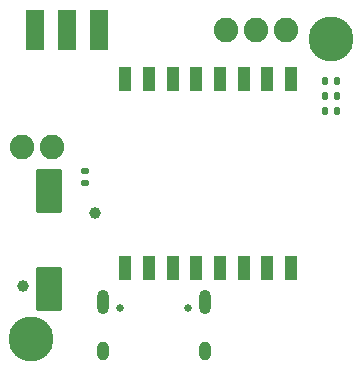
<source format=gbs>
%TF.GenerationSoftware,KiCad,Pcbnew,(6.0.1)*%
%TF.CreationDate,2022-03-04T16:45:31-06:00*%
%TF.ProjectId,samara,73616d61-7261-42e6-9b69-6361645f7063,rev?*%
%TF.SameCoordinates,PX7df6181PY82ce53f*%
%TF.FileFunction,Soldermask,Bot*%
%TF.FilePolarity,Negative*%
%FSLAX46Y46*%
G04 Gerber Fmt 4.6, Leading zero omitted, Abs format (unit mm)*
G04 Created by KiCad (PCBNEW (6.0.1)) date 2022-03-04 16:45:31*
%MOMM*%
%LPD*%
G01*
G04 APERTURE LIST*
G04 Aperture macros list*
%AMRoundRect*
0 Rectangle with rounded corners*
0 $1 Rounding radius*
0 $2 $3 $4 $5 $6 $7 $8 $9 X,Y pos of 4 corners*
0 Add a 4 corners polygon primitive as box body*
4,1,4,$2,$3,$4,$5,$6,$7,$8,$9,$2,$3,0*
0 Add four circle primitives for the rounded corners*
1,1,$1+$1,$2,$3*
1,1,$1+$1,$4,$5*
1,1,$1+$1,$6,$7*
1,1,$1+$1,$8,$9*
0 Add four rect primitives between the rounded corners*
20,1,$1+$1,$2,$3,$4,$5,0*
20,1,$1+$1,$4,$5,$6,$7,0*
20,1,$1+$1,$6,$7,$8,$9,0*
20,1,$1+$1,$8,$9,$2,$3,0*%
G04 Aperture macros list end*
%ADD10C,2.082800*%
%ADD11R,1.500000X3.500000*%
%ADD12C,0.650000*%
%ADD13O,1.000000X2.100000*%
%ADD14O,1.000000X1.600000*%
%ADD15C,3.800000*%
%ADD16C,2.600000*%
%ADD17RoundRect,0.140000X0.140000X0.170000X-0.140000X0.170000X-0.140000X-0.170000X0.140000X-0.170000X0*%
%ADD18RoundRect,0.140000X-0.140000X-0.170000X0.140000X-0.170000X0.140000X0.170000X-0.140000X0.170000X0*%
%ADD19RoundRect,0.135000X-0.185000X0.135000X-0.185000X-0.135000X0.185000X-0.135000X0.185000X0.135000X0*%
%ADD20C,1.000760*%
%ADD21RoundRect,0.101600X0.999490X-1.748790X0.999490X1.748790X-0.999490X1.748790X-0.999490X-1.748790X0*%
%ADD22R,1.000000X2.000000*%
G04 APERTURE END LIST*
D10*
%TO.C,J6*%
X16509999Y26111199D03*
X19049999Y26111199D03*
X21589999Y26111199D03*
%TD*%
%TO.C,J5*%
X1777999Y16255999D03*
X-762001Y16255999D03*
%TD*%
D11*
%TO.C,J2*%
X3047999Y26161999D03*
X347999Y26161999D03*
X5747999Y26161999D03*
%TD*%
D12*
%TO.C,P1*%
X13303999Y2604999D03*
X7523999Y2604999D03*
D13*
X14733999Y3104999D03*
D14*
X14733999Y-1075001D03*
D13*
X6093999Y3104999D03*
D14*
X6093999Y-1075001D03*
%TD*%
D15*
%TO.C,H1*%
X25399999Y25399999D03*
D16*
X25399999Y25399999D03*
%TD*%
D17*
%TO.C,C12*%
X25879999Y20573999D03*
X24919999Y20573999D03*
%TD*%
D18*
%TO.C,C5*%
X24919999Y19303999D03*
X25879999Y19303999D03*
%TD*%
D17*
%TO.C,C11*%
X25879999Y21843999D03*
X24919999Y21843999D03*
%TD*%
D16*
%TO.C,H2*%
X-1Y-1D03*
D15*
X-1Y-1D03*
%TD*%
D19*
%TO.C,R13*%
X4571999Y14225999D03*
X4571999Y13205999D03*
%TD*%
D20*
%TO.C,LS1*%
X-723901Y4483099D03*
X5422899Y10629899D03*
D21*
X1523999Y12529819D03*
X1523999Y4234179D03*
%TD*%
D22*
%TO.C,U5*%
X21985999Y5969999D03*
X19985999Y5969999D03*
X17985999Y5969999D03*
X15985999Y5969999D03*
X13985999Y5969999D03*
X11985999Y5969999D03*
X9985999Y5969999D03*
X7985999Y5969999D03*
X7985999Y21969999D03*
X9985999Y21969999D03*
X11985999Y21969999D03*
X13985999Y21969999D03*
X15985999Y21969999D03*
X17985999Y21969999D03*
X19985999Y21969999D03*
X21985999Y21969999D03*
%TD*%
M02*

</source>
